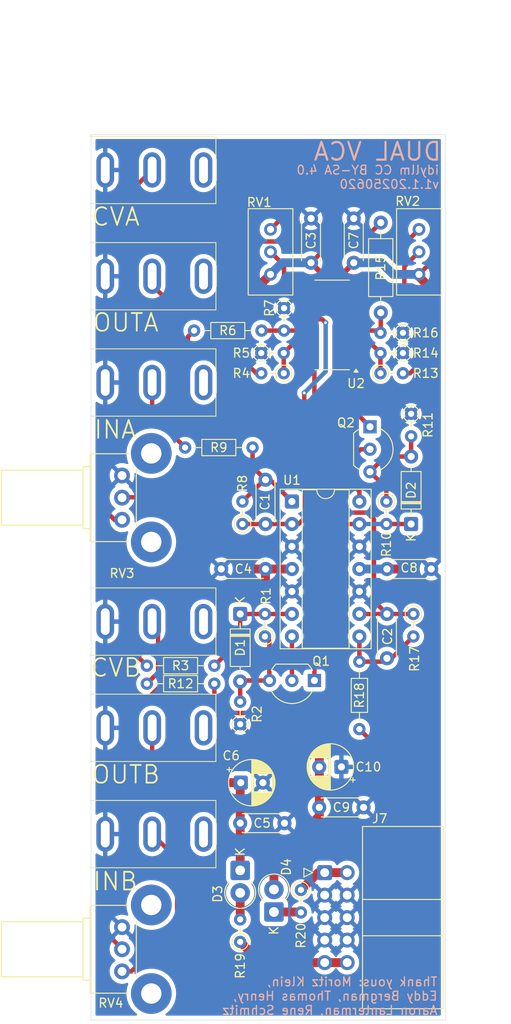
<source format=kicad_pcb>
(kicad_pcb (version 20241229) (generator "pcbnew") (generator_version "9.0")
  (title_block (title "Dual VCA") (date "2025-06-20") (rev "1.1") (company "idylmm") (comment 1 "CC BY-SA 4.0") (comment 2 "References: Aaron Lanterman, Thomas Henry"))
  (layers (0 "F.Cu" signal) (2 "B.Cu" signal) (13 "F.Paste" user) (15 "B.Paste" user) (5 "F.SilkS" user "F.Silkscreen") (7 "B.SilkS" user "B.Silkscreen") (1 "F.Mask" user) (3 "B.Mask" user) (25 "Edge.Cuts" user))
  (net 0 "")
  (net 1 "Net-(C1-Pad2)")
  (net 2 "Net-(U1A--)")
  (net 3 "Net-(C2-Pad2)")
  (net 4 "Net-(U1C--)")
  (net 5 "GND")
  (net 6 "Net-(D1-A)")
  (net 7 "Net-(D1-K)")
  (net 8 "Net-(D2-A)")
  (net 9 "Net-(D2-K)")
  (net 10 "Net-(D3-A)")
  (net 11 "+12V")
  (net 12 "Net-(D4-K)")
  (net 13 "-12V")
  (net 14 "Net-(J1-PadT)")
  (net 17 "Net-(J2-PadT)")
  (net 19 "Net-(J3-PadT)")
  (net 20 "Net-(J4-PadT)")
  (net 22 "Net-(J5-PadT)")
  (net 25 "Net-(J6-PadT)")
  (net 26 "Net-(J7-Pin_1)")
  (net 27 "Net-(J7-Pin_10)")
  (net 28 "Net-(Q1-C)")
  (net 29 "Net-(Q1-B)")
  (net 30 "Net-(Q2-B)")
  (net 31 "Net-(Q2-C)")
  (net 32 "Net-(U2A-+)")
  (net 33 "Net-(R4-Pad2)")
  (net 34 "Net-(U2A--)")
  (net 35 "Net-(U2C-+)")
  (net 36 "Net-(R13-Pad2)")
  (net 37 "Net-(U2C--)")
  (net 44 "Net-(R6-Pad2)")
  (net 45 "Net-(R15-Pad2)")
  (footprint "Diode_THT:D_DO-41_SOD81_P2.54mm_Vertical_KathodeUp" (layer "F.Cu") (at 120.65 137.795 90)
    (property "Reference" "D4" (at 5.08 1.397 90) (layer "F.SilkS"))
    (property "Value" "D_Schottky")
    (fp_text user "K" (at -2.1 0 90) (layer "F.SilkS"))
    (pad "1" thru_hole roundrect (at 0 0 90) (size 2.2 2.2) (drill 1.1) (layers "*.Cu" "*.Mask") (roundrect_rratio 0.113636) (net 12 "Net-(D4-K)"))
    (pad "2" thru_hole circle (at 2.54 0 90) (size 2.2 2.2) (drill 1.1) (layers "*.Cu" "*.Mask") (net 13 "-12V"))
  )
  (footprint "Potentiometer_THT:Potentiometer_Bourns_3296W_Vertical" (layer "F.Cu") (at 120.264 60.706 90)
    (property "Reference" "RV1" (at 3.048 -1.265 180) (layer "F.SilkS"))
    (property "Value" "100k")
    (pad "1" thru_hole circle (at 0 0 90) (size 1.44 1.44) (drill 0.8) (layers "*.Cu" "*.Mask") (net 13 "-12V"))
    (pad "2" thru_hole circle (at -2.54 0 90) (size 1.44 1.44) (drill 0.8) (layers "*.Cu" "*.Mask") (net 33 "Net-(R4-Pad2)"))
    (pad "3" thru_hole circle (at -5.08 0 90) (size 1.44 1.44) (drill 0.8) (layers "*.Cu" "*.Mask") (net 11 "+12V"))
  )
  (footprint "Resistor_THT:R_Axial_DIN0204_L3.6mm_D1.6mm_P2.54mm_Vertical" (layer "F.Cu") (at 119.634 106.68 90)
    (property "Reference" "R1" (at 4.572 0.127 90) (layer "F.SilkS"))
    (property "Value" "100k")
    (pad "1" thru_hole circle (at 0 0 90) (size 1.4 1.4) (drill 0.7) (layers "*.Cu" "*.Mask") (net 6 "Net-(D1-A)"))
    (pad "2" thru_hole circle (at 2.54 0 90) (size 1.4 1.4) (drill 0.7) (layers "*.Cu" "*.Mask") (net 7 "Net-(D1-K)"))
  )
  (footprint "Resistor_THT:R_Axial_DIN0204_L3.6mm_D1.6mm_P7.62mm_Horizontal" (layer "F.Cu") (at 113.919 109.982 180)
    (property "Reference" "R3" (at 3.81 0 180) (layer "F.SilkS"))
    (property "Value" "100k")
    (pad "1" thru_hole circle (at 0 0 180) (size 1.4 1.4) (drill 0.7) (layers "*.Cu" "*.Mask") (net 7 "Net-(D1-K)"))
    (pad "2" thru_hole circle (at 7.62 0 180) (size 1.4 1.4) (drill 0.7) (layers "*.Cu" "*.Mask") (net 14 "Net-(J1-PadT)"))
  )
  (footprint "Resistor_THT:R_Axial_DIN0204_L3.6mm_D1.6mm_P2.54mm_Vertical" (layer "F.Cu") (at 119.22 74.672)
    (property "Reference" "R5" (at -2.253 0 0) (layer "F.SilkS"))
    (property "Value" "220R")
    (pad "1" thru_hole circle (at 0 0) (size 1.4 1.4) (drill 0.7) (layers "*.Cu" "*.Mask") (net 5 "GND"))
    (pad "2" thru_hole circle (at 2.54 0) (size 1.4 1.4) (drill 0.7) (layers "*.Cu" "*.Mask") (net 32 "Net-(U2A-+)"))
  )
  (footprint "Capacitor_THT:C_Disc_D4.3mm_W1.9mm_P5.00mm" (layer "F.Cu") (at 129.667 59.476 -90)
    (property "Reference" "C7" (at 2.5 0 90) (layer "F.SilkS"))
    (property "Value" "100n")
    (pad "1" thru_hole circle (at 0 0 270) (size 1.6 1.6) (drill 0.8) (layers "*.Cu" "*.Mask") (net 5 "GND"))
    (pad "2" thru_hole circle (at 5 0 270) (size 1.6 1.6) (drill 0.8) (layers "*.Cu" "*.Mask") (net 13 "-12V"))
  )
  (footprint "Potentiometer_THT:Potentiometer_Bourns_PTV09A-2_Single_Horizontal" (layer "F.Cu") (at 103.5 88.505 180)
    (property "Reference" "RV3" (at 0 -11.05 0) (layer "F.SilkS"))
    (property "Value" "100k")
    (pad "1" thru_hole circle (at 0 0 180) (size 1.8 1.8) (drill 1) (layers "*.Cu" "*.Mask") (net 5 "GND"))
    (pad "2" thru_hole circle (at 0 -2.5 180) (size 1.8 1.8) (drill 1) (layers "*.Cu" "*.Mask") (net 44 "Net-(R6-Pad2)"))
    (pad "3" thru_hole circle (at 0 -5 180) (size 1.8 1.8) (drill 1) (layers "*.Cu" "*.Mask") (net 17 "Net-(J2-PadT)"))
    (pad "MP" thru_hole circle (at -3.3 -7.5 180) (size 4.6 4.6) (drill 2.3) (layers "*.Cu" "*.Mask"))
    (pad "MP" thru_hole circle (at -3.3 2.5 180) (size 4.6 4.6) (drill 2.3) (layers "*.Cu" "*.Mask"))
  )
  (footprint "Package_DIP:DIP-14_W7.62mm_Socket" (layer "F.Cu") (at 122.682 91.44)
    (property "Reference" "U1" (at 0 -2.413 0) (layer "F.SilkS"))
    (property "Value" "TL074")
    (pad "1" thru_hole roundrect (at 0 0) (size 1.6 1.6) (drill 0.8) (layers "*.Cu" "*.Mask") (roundrect_rratio 0.15625) (net 1 "Net-(C1-Pad2)"))
    (pad "2" thru_hole circle (at 0 2.54) (size 1.6 1.6) (drill 0.8) (layers "*.Cu" "*.Mask") (net 2 "Net-(U1A--)"))
    (pad "3" thru_hole circle (at 0 5.08) (size 1.6 1.6) (drill 0.8) (layers "*.Cu" "*.Mask") (net 5 "GND"))
    (pad "4" thru_hole circle (at 0 7.62) (size 1.6 1.6) (drill 0.8) (layers "*.Cu" "*.Mask") (net 11 "+12V"))
    (pad "5" thru_hole circle (at 0 10.16) (size 1.6 1.6) (drill 0.8) (layers "*.Cu" "*.Mask") (net 5 "GND"))
    (pad "6" thru_hole circle (at 0 12.7) (size 1.6 1.6) (drill 0.8) (layers "*.Cu" "*.Mask") (net 7 "Net-(D1-K)"))
    (pad "7" thru_hole circle (at 0 15.24) (size 1.6 1.6) (drill 0.8) (layers "*.Cu" "*.Mask") (net 29 "Net-(Q1-B)"))
    (pad "8" thru_hole circle (at 7.62 15.24) (size 1.6 1.6) (drill 0.8) (layers "*.Cu" "*.Mask") (net 3 "Net-(C2-Pad2)"))
    (pad "9" thru_hole circle (at 7.62 12.7) (size 1.6 1.6) (drill 0.8) (layers "*.Cu" "*.Mask") (net 4 "Net-(U1C--)"))
    (pad "10" thru_hole circle (at 7.62 10.16) (size 1.6 1.6) (drill 0.8) (layers "*.Cu" "*.Mask") (net 5 "GND"))
    (pad "11" thru_hole circle (at 7.62 7.62) (size 1.6 1.6) (drill 0.8) (layers "*.Cu" "*.Mask") (net 13 "-12V"))
    (pad "12" thru_hole circle (at 7.62 5.08) (size 1.6 1.6) (drill 0.8) (layers "*.Cu" "*.Mask") (net 5 "GND"))
    (pad "13" thru_hole circle (at 7.62 2.54) (size 1.6 1.6) (drill 0.8) (layers "*.Cu" "*.Mask") (net 9 "Net-(D2-K)"))
    (pad "14" thru_hole circle (at 7.62 0) (size 1.6 1.6) (drill 0.8) (layers "*.Cu" "*.Mask") (net 30 "Net-(Q2-B)"))
  )
  (footprint "Resistor_THT:R_Axial_DIN0204_L3.6mm_D1.6mm_P2.54mm_Vertical" (layer "F.Cu") (at 133.35 91.44 -90)
    (property "Reference" "R10" (at 4.826 0 90) (layer "F.SilkS"))
    (property "Value" "100k")
    (pad "1" thru_hole circle (at 0 0 270) (size 1.4 1.4) (drill 0.7) (layers "*.Cu" "*.Mask") (net 8 "Net-(D2-A)"))
    (pad "2" thru_hole circle (at 2.54 0 270) (size 1.4 1.4) (drill 0.7) (layers "*.Cu" "*.Mask") (net 9 "Net-(D2-K)"))
  )
  (footprint "AudioJacks:Jack_3.5mm_QingPu_WQP-PJ323M_Horizontal" (layer "F.Cu") (at 101.6 54 -90)
    (property "Reference" "J1" (hide yes))
    (property "Value" "LIN CV IN")
    (pad "S" thru_hole oval (at 0 0 270) (size 4 2) (drill oval 3 1) (layers "*.Cu" "*.Mask") (net 5 "GND"))
    (pad "T" thru_hole oval (at 0 -5.3 270) (size 4 2) (drill oval 3 1) (layers "*.Cu" "*.Mask") (net 14 "Net-(J1-PadT)"))
    (pad "TN" thru_hole oval (at 0 -11.1 270) (size 4 2) (drill oval 3 1) (layers "*.Cu" "*.Mask"))
  )
  (footprint "Capacitor_THT:C_Disc_D4.3mm_W1.9mm_P5.00mm" (layer "F.Cu") (at 124.841 64.476 90)
    (property "Reference" "C3" (at 2.5 0 90) (layer "F.SilkS"))
    (property "Value" "100n")
    (pad "1" thru_hole circle (at 0 0 90) (size 1.6 1.6) (drill 0.8) (layers "*.Cu" "*.Mask") (net 11 "+12V"))
    (pad "2" thru_hole circle (at 5 0 90) (size 1.6 1.6) (drill 0.8) (layers "*.Cu" "*.Mask") (net 5 "GND"))
  )
  (footprint "Capacitor_THT:CP_Radial_D5.0mm_P2.50mm" (layer "F.Cu") (at 116.904888 123.19)
    (property "Reference" "C6" (at -1.080888 -3.048 0) (layer "F.SilkS"))
    (property "Value" "10u")
    (pad "1" thru_hole roundrect (at 0 0) (size 1.6 1.6) (drill 0.8) (layers "*.Cu" "*.Mask") (roundrect_rratio 0.15625) (net 11 "+12V"))
    (pad "2" thru_hole circle (at 2.5 0) (size 1.6 1.6) (drill 0.8) (layers "*.Cu" "*.Mask") (net 5 "GND"))
  )
  (footprint "Capacitor_THT:CP_Radial_D5.0mm_P2.50mm" (layer "F.Cu") (at 128.27 121.412 180)
    (property "Reference" "C10" (at -3.048 0 0) (layer "F.SilkS"))
    (property "Value" "10u")
    (pad "1" thru_hole roundrect (at 0 0 180) (size 1.6 1.6) (drill 0.8) (layers "*.Cu" "*.Mask") (roundrect_rratio 0.15625) (net 5 "GND"))
    (pad "2" thru_hole circle (at 2.5 0 180) (size 1.6 1.6) (drill 0.8) (layers "*.Cu" "*.Mask") (net 13 "-12V"))
  )
  (footprint "Resistor_THT:R_Axial_DIN0207_L6.3mm_D2.5mm_P10.16mm_Horizontal" (layer "F.Cu") (at 132.715 70.104 90)
    (property "Reference" "R15" (at 5.08 0 90) (layer "F.SilkS"))
    (property "Value" "100k")
    (pad "1" thru_hole circle (at 0 0 90) (size 1.6 1.6) (drill 0.8) (layers "*.Cu" "*.Mask") (net 37 "Net-(U2C--)"))
    (pad "2" thru_hole circle (at 10.16 0 90) (size 1.6 1.6) (drill 0.8) (layers "*.Cu" "*.Mask") (net 45 "Net-(R15-Pad2)"))
  )
  (footprint "Package_TO_SOT_THT:TO-92_Inline_Wide" (layer "F.Cu") (at 125.222 111.654 180)
    (property "Reference" "Q1" (at -0.762 2.18 0) (layer "F.SilkS"))
    (property "Value" "BC557")
    (pad "1" thru_hole rect (at 0 0 180) (size 1.5 1.5) (drill 0.8) (layers "*.Cu" "*.Mask") (net 28 "Net-(Q1-C)"))
    (pad "2" thru_hole circle (at 2.54 0 180) (size 1.5 1.5) (drill 0.8) (layers "*.Cu" "*.Mask") (net 29 "Net-(Q1-B)"))
    (pad "3" thru_hole circle (at 5.08 0 180) (size 1.5 1.5) (drill 0.8) (layers "*.Cu" "*.Mask") (net 6 "Net-(D1-A)"))
  )
  (footprint "Potentiometer_THT:Potentiometer_Bourns_3296W_Vertical" (layer "F.Cu") (at 137.033 65.786 -90)
    (property "Reference" "RV2" (at -8.255 1.27 0) (layer "F.SilkS"))
    (property "Value" "100k")
    (pad "1" thru_hole circle (at 0 0 270) (size 1.44 1.44) (drill 0.8) (layers "*.Cu" "*.Mask") (net 13 "-12V"))
    (pad "2" thru_hole circle (at -2.54 0 270) (size 1.44 1.44) (drill 0.8) (layers "*.Cu" "*.Mask") (net 36 "Net-(R13-Pad2)"))
    (pad "3" thru_hole circle (at -5.08 0 270) (size 1.44 1.44) (drill 0.8) (layers "*.Cu" "*.Mask") (net 11 "+12V"))
  )
  (footprint "Package_SO:SOIC-16_3.9x9.9mm_P1.27mm" (layer "F.Cu") (at 127.223 71.497 180)
    (property "Reference" "U2" (at -2.698 -6.608 0) (layer "F.SilkS"))
    (property "Value" "LM13700")
    (pad "1" smd roundrect (at -2.475 -4.445 180) (size 1.95 0.6) (layers "F.Cu" "F.Mask" "F.Paste") (net 31 "Net-(Q2-C)"))
    (pad "2" smd roundrect (at -2.475 -3.175 180) (size 1.95 0.6) (layers "F.Cu" "F.Mask" "F.Paste"))
    (pad "3" smd roundrect (at -2.475 -1.905 180) (size 1.95 0.6) (layers "F.Cu" "F.Mask" "F.Paste") (net 35 "Net-(U2C-+)"))
    (pad "4" smd roundrect (at -2.475 -0.635 180) (size 1.95 0.6) (layers "F.Cu" "F.Mask" "F.Paste") (net 37 "Net-(U2C--)"))
    (pad "5" smd roundrect (at -2.475 0.635 180) (size 1.95 0.6) (layers "F.Cu" "F.Mask" "F.Paste") (net 4 "Net-(U1C--)"))
    (pad "6" smd roundrect (at -2.475 1.905 180) (size 1.95 0.6) (layers "F.Cu" "F.Mask" "F.Paste") (net 13 "-12V"))
    (pad "7" smd roundrect (at -2.475 3.175 180) (size 1.95 0.6) (layers "F.Cu" "F.Mask" "F.Paste"))
    (pad "8" smd roundrect (at -2.475 4.445 180) (size 1.95 0.6) (layers "F.Cu" "F.Mask" "F.Paste"))
    (pad "9" smd roundrect (at 2.475 4.445 180) (size 1.95 0.6) (layers "F.Cu" "F.Mask" "F.Paste"))
    (pad "10" smd roundrect (at 2.475 3.175 180) (size 1.95 0.6) (layers "F.Cu" "F.Mask" "F.Paste"))
    (pad "11" smd roundrect (at 2.475 1.905 180) (size 1.95 0.6) (layers "F.Cu" "F.Mask" "F.Paste") (net 11 "+12V"))
    (pad "12" smd roundrect (at 2.475 0.635 180) (size 1.95 0.6) (layers "F.Cu" "F.Mask" "F.Paste") (net 2 "Net-(U1A--)"))
    (pad "13" smd roundrect (at 2.475 -0.635 180) (size 1.95 0.6) (layers "F.Cu" "F.Mask" "F.Paste") (net 34 "Net-(U2A--)"))
    (pad "14" smd roundrect (at 2.475 -1.905 180) (size 1.95 0.6) (layers "F.Cu" "F.Mask" "F.Paste") (net 32 "Net-(U2A-+)"))
    (pad "15" smd roundrect (at 2.475 -3.175 180) (size 1.95 0.6) (layers "F.Cu" "F.Mask" "F.Paste"))
    (pad "16" smd roundrect (at 2.475 -4.445 180) (size 1.95 0.6) (layers "F.Cu" "F.Mask" "F.Paste") (net 28 "Net-(Q1-C)"))
  )
  (footprint "Resistor_THT:R_Axial_DIN0204_L3.6mm_D1.6mm_P2.54mm_Vertical" (layer "F.Cu") (at 116.84 116.586 90)
    (property "Reference" "R2" (at 1.143 1.905 90) (layer "F.SilkS"))
    (property "Value" "12k")
    (pad "1" thru_hole circle (at 0 0 90) (size 1.4 1.4) (drill 0.7) (layers "*.Cu" "*.Mask") (net 5 "GND"))
    (pad "2" thru_hole circle (at 2.54 0 90) (size 1.4 1.4) (drill 0.7) (layers "*.Cu" "*.Mask") (net 6 "Net-(D1-A)"))
  )
  (footprint "AudioJacks:Jack_3.5mm_QingPu_WQP-PJ323M_Horizontal" (layer "F.Cu") (at 101.6 105 -90)
    (property "Reference" "J4" (hide yes))
    (property "Value" "LIN CV IN")
    (pad "S" thru_hole oval (at 0 0 270) (size 4 2) (drill oval 3 1) (layers "*.Cu" "*.Mask") (net 5 "GND"))
    (pad "T" thru_hole oval (at 0 -5.3 270) (size 4 2) (drill oval 3 1) (layers "*.Cu" "*.Mask") (net 20 "Net-(J4-PadT)"))
    (pad "TN" thru_hole oval (at 0 -11.1 270) (size 4 2) (drill oval 3 1) (layers "*.Cu" "*.Mask"))
  )
  (footprint "Capacitor_THT:C_Disc_D4.3mm_W1.9mm_P5.00mm" (layer "F.Cu") (at 138.414 99.06 180)
    (property "Reference" "C8" (at 2.5 0.127 0) (layer "F.SilkS"))
    (property "Value" "100n")
    (pad "1" thru_hole circle (at 0 0 180) (size 1.6 1.6) (drill 0.8) (layers "*.Cu" "*.Mask") (net 5 "GND"))
    (pad "2" thru_hole circle (at 5 0 180) (size 1.6 1.6) (drill 0.8) (layers "*.Cu" "*.Mask") (net 13 "-12V"))
  )
  (footprint "Resistor_THT:R_Axial_DIN0204_L3.6mm_D1.6mm_P7.62mm_Horizontal" (layer "F.Cu") (at 113.919 112.014 180)
    (property "Reference" "R12" (at 3.81 0 180) (layer "F.SilkS"))
    (property "Value" "100k")
    (pad "1" thru_hole circle (at 0 0 180) (size 1.4 1.4) (drill 0.7) (layers "*.Cu" "*.Mask") (net 9 "Net-(D2-K)"))
    (pad "2" thru_hole circle (at 7.62 0 180) (size 1.4 1.4) (drill 0.7) (layers "*.Cu" "*.Mask") (net 20 "Net-(J4-PadT)"))
  )
  (footprint "Resistor_THT:R_Axial_DIN0204_L3.6mm_D1.6mm_P2.54mm_Vertical" (layer "F.Cu") (at 135.222 74.672 180)
    (property "Reference" "R14" (at -2.573 0 0) (layer "F.SilkS"))
    (property "Value" "220R")
    (pad "1" thru_hole circle (at 0 0 180) (size 1.4 1.4) (drill 0.7) (layers "*.Cu" "*.Mask") (net 5 "GND"))
    (pad "2" thru_hole circle (at 2.54 0 180) (size 1.4 1.4) (drill 0.7) (layers "*.Cu" "*.Mask") (net 35 "Net-(U2C-+)"))
  )
  (footprint "AudioJacks:Jack_3.5mm_QingPu_WQP-PJ323M_Horizontal" (layer "F.Cu") (at 101.6 129 -90)
    (property "Reference" "J5" (hide yes))
    (property "Value" "AUDIO IN")
    (pad "S" thru_hole oval (at 0 0 270) (size 4 2) (drill oval 3 1) (layers "*.Cu" "*.Mask") (net 5 "GND"))
    (pad "T" thru_hole oval (at 0 -5.3 270) (size 4 2) (drill oval 3 1) (layers "*.Cu" "*.Mask") (net 22 "Net-(J5-PadT)"))
    (pad "TN" thru_hole oval (at 0 -11.1 270) (size 4 2) (drill oval 3 1) (layers "*.Cu" "*.Mask"))
  )
  (footprint "Capacitor_THT:C_Disc_D4.3mm_W1.9mm_P5.00mm" (layer "F.Cu") (at 133.414 104.14 -90)
    (property "Reference" "C2" (at 2.54 -0.063 90) (layer "F.SilkS"))
    (property "Value" "220p")
    (pad "1" thru_hole circle (at 0 0 270) (size 1.6 1.6) (drill 0.8) (layers "*.Cu" "*.Mask") (net 4 "Net-(U1C--)"))
    (pad "2" thru_hole circle (at 5 0 270) (size 1.6 1.6) (drill 0.8) (layers "*.Cu" "*.Mask") (net 3 "Net-(C2-Pad2)"))
  )
  (footprint "Resistor_THT:R_Axial_DIN0204_L3.6mm_D1.6mm_P2.54mm_Vertical" (layer "F.Cu") (at 135.222 72.386 180)
    (property "Reference" "R16" (at -2.573 -0.004 0) (layer "F.SilkS"))
    (property "Value" "220R")
    (pad "1" thru_hole circle (at 0 0 180) (size 1.4 1.4) (drill 0.7) (layers "*.Cu" "*.Mask") (net 5 "GND"))
    (pad "2" thru_hole circle (at 2.54 0 180) (size 1.4 1.4) (drill 0.7) (layers "*.Cu" "*.Mask") (net 37 "Net-(U2C--)"))
  )
  (footprint "Resistor_THT:R_Axial_DIN0204_L3.6mm_D1.6mm_P2.54mm_Vertical" (layer "F.Cu") (at 117.094 93.98 90)
    (property "Reference" "R8" (at 4.572 0 90) (layer "F.SilkS"))
    (property "Value" "49k9")
    (pad "1" thru_hole circle (at 0 0 90) (size 1.4 1.4) (drill 0.7) (layers "*.Cu" "*.Mask") (net 2 "Net-(U1A--)"))
    (pad "2" thru_hole circle (at 2.54 0 90) (size 1.4 1.4) (drill 0.7) (layers "*.Cu" "*.Mask") (net 1 "Net-(C1-Pad2)"))
  )
  (footprint "Resistor_THT:R_Axial_DIN0204_L3.6mm_D1.6mm_P7.62mm_Horizontal" (layer "F.Cu") (at 118.237 85.344 180)
    (property "Reference" "R9" (at 3.81 0 0) (layer "F.SilkS"))
    (property "Value" "1k")
    (pad "1" thru_hole circle (at 0 0 180) (size 1.4 1.4) (drill 0.7) (layers "*.Cu" "*.Mask") (net 1 "Net-(C1-Pad2)"))
    (pad "2" thru_hole circle (at 7.62 0 180) (size 1.4 1.4) (drill 0.7) (layers "*.Cu" "*.Mask") (net 19 "Net-(J3-PadT)"))
  )
  (footprint "Resistor_THT:R_Axial_DIN0204_L3.6mm_D1.6mm_P2.54mm_Vertical" (layer "F.Cu") (at 136.144 81.534 -90)
    (property "Reference" "R11" (at 1.27 -1.905 90) (layer "F.SilkS"))
    (property "Value" "12k")
    (pad "1" thru_hole circle (at 0 0 270) (size 1.4 1.4) (drill 0.7) (layers "*.Cu" "*.Mask") (net 5 "GND"))
    (pad "2" thru_hole circle (at 2.54 0 270) (size 1.4 1.4) (drill 0.7) (layers "*.Cu" "*.Mask") (net 8 "Net-(D2-A)"))
  )
  (footprint "Capacitor_THT:C_Disc_D4.3mm_W1.9mm_P5.00mm" (layer "F.Cu") (at 119.698 99.06 180)
    (property "Reference" "C4" (at 2.5 0 0) (layer "F.SilkS"))
    (property "Value" "100n")
    (pad "1" thru_hole circle (at 0 0 180) (size 1.6 1.6) (drill 0.8) (layers "*.Cu" "*.Mask") (net 11 "+12V"))
    (pad "2" thru_hole circle (at 5 0 180) (size 1.6 1.6) (drill 0.8) (layers "*.Cu" "*.Mask") (net 5 "GND"))
  )
  (footprint "Connector_IDC:IDC-Header_2x05_P2.54mm_Horizontal" (layer "F.Cu") (at 126.3825 133.35)
    (property "Reference" "J7" (at 6.215 -6.1 0) (layer "F.SilkS"))
    (property "Value" "Conn_02x05_Odd_Even")
    (pad "1" thru_hole roundrect (at 0 0) (size 1.7 1.7) (drill 1) (layers "*.Cu" "*.Mask") (roundrect_rratio 0.147059) (net 26 "Net-(J7-Pin_1)"))
    (pad "2" thru_hole circle (at 2.54 0) (size 1.7 1.7) (drill 1) (layers "*.Cu" "*.Mask") (net 26 "Net-(J7-Pin_1)"))
    (pad "3" thru_hole circle (at 0 2.54) (size 1.7 1.7) (drill 1) (layers "*.Cu" "*.Mask") (net 5 "GND"))
    (pad "4" thru_hole circle (at 2.54 2.54) (size 1.7 1.7) (drill 1) (layers "*.Cu" "*.Mask") (net 5 "GND"))
    (pad "5" thru_hole circle (at 0 5.08) (size 1.7 1.7) (drill 1) (layers "*.Cu" "*.Mask") (net 5 "GND"))
    (pad "6" thru_hole circle (at 2.54 5.08) (size 1.7 1.7) (drill 1) (layers "*.Cu" "*.Mask") (net 5 "GND"))
    (pad "7" thru_hole circle (at 0 7.62) (size 1.7 1.7) (drill 1) (layers "*.Cu" "*.Mask") (net 5 "GND"))
    (pad "8" thru_hole circle (at 2.54 7.62) (size 1.7 1.7) (drill 1) (layers "*.Cu" "*.Mask") (net 5 "GND"))
    (pad "9" thru_hole circle (at 0 10.16) (size 1.7 1.7) (drill 1) (layers "*.Cu" "*.Mask") (net 27 "Net-(J7-Pin_10)"))
    (pad "10" thru_hole circle (at 2.54 10.16) (size 1.7 1.7) (drill 1) (layers "*.Cu" "*.Mask") (net 27 "Net-(J7-Pin_10)"))
  )
  (footprint "Resistor_THT:R_Axial_DIN0204_L3.6mm_D1.6mm_P2.54mm_Vertical" (layer "F.Cu") (at 136.398 104.14 -90)
    (property "Reference" "R17" (at 5.08 -0.127 90) (layer "F.SilkS"))
    (property "Value" "49k9")
    (pad "1" thru_hole circle (at 0 0 270) (size 1.4 1.4) (drill 0.7) (layers "*.Cu" "*.Mask") (net 4 "Net-(U1C--)"))
    (pad "2" thru_hole circle (at 2.54 0 270) (size 1.4 1.4) (drill 0.7) (layers "*.Cu" "*.Mask") (net 3 "Net-(C2-Pad2)"))
  )
  (footprint "Resistor_THT:R_Axial_DIN0204_L3.6mm_D1.6mm_P2.54mm_Vertical" (layer "F.Cu") (at 123.698 135.305 -90)
    (property "Reference" "R20" (at 5.157 0 90) (layer "F.SilkS"))
    (property "Value" "10R")
    (pad "1" thru_hole circle (at 0 0 270) (size 1.4 1.4) (drill 0.7) (layers "*.Cu" "*.Mask") (net 26 "Net-(J7-Pin_1)"))
    (pad "2" thru_hole circle (at 2.54 0 270) (size 1.4 1.4) (drill 0.7) (layers "*.Cu" "*.Mask") (net 12 "Net-(D4-K)"))
  )
  (footprint "Resistor_THT:R_Axial_DIN0204_L3.6mm_D1.6mm_P2.54mm_Vertical" (layer "F.Cu") (at 121.76 76.958 180)
    (property "Reference" "R4" (at 4.793 -0.004 0) (layer "F.SilkS"))
    (property "Value" "100k")
    (pad "1" thru_hole circle (at 0 0 180) (size 1.4 1.4) (drill 0.7) (layers "*.Cu" "*.Mask") (net 32 "Net-(U2A-+)"))
    (pad "2" thru_hole circle (at 2.54 0 180) (size 1.4 1.4) (drill 0.7) (layers "*.Cu" "*.Mask") (net 33 "Net-(R4-Pad2)"))
  )
  (footprint "Capacitor_THT:C_Disc_D4.3mm_W1.9mm_P5.00mm" (layer "F.Cu") (at 116.84 127.762)
    (property "Reference" "C5" (at 2.474888 0 0) (layer "F.SilkS"))
    (property "Value" "100n")
    (pad "1" thru_hole circle (at 0 0) (size 1.6 1.6) (drill 0.8) (layers "*.Cu" "*.Mask") (net 11 "+12V"))
    (pad "2" thru_hole circle (at 5 0) (size 1.6 1.6) (drill 0.8) (layers "*.Cu" "*.Mask") (net 5 "GND"))
  )
  (footprint "Resistor_THT:R_Axial_DIN0204_L3.6mm_D1.6mm_P2.54mm_Vertical" (layer "F.Cu") (at 116.84 141.174 90)
    (property "Reference" "R19" (at -2.717 0 90) (layer "F.SilkS"))
    (property "Value" "10R")
    (pad "1" thru_hole circle (at 0 0 90) (size 1.4 1.4) (drill 0.7) (layers "*.Cu" "*.Mask") (net 27 "Net-(J7-Pin_10)"))
    (pad "2" thru_hole circle (at 2.54 0 90) (size 1.4 1.4) (drill 0.7) (layers "*.Cu" "*.Mask") (net 10 "Net-(D3-A)"))
  )
  (footprint "Diode_THT:D_DO-35_SOD27_P7.62mm_Horizontal" (layer "F.Cu") (at 116.84 104.14 -90)
    (property "Reference" "D1" (at 3.81 0 90) (layer "F.SilkS"))
    (property "Value" "1N4148")
    (fp_text user "K" (at -1.524 0 90) (layer "F.SilkS"))
    (pad "1" thru_hole roundrect (at 0 0 270) (size 1.6 1.6) (drill 0.8) (layers "*.Cu" "*.Mask") (roundrect_rratio 0.15625) (net 7 "Net-(D1-K)"))
    (pad "2" thru_hole circle (at 7.62 0 270) (size 1.6 1.6) (drill 0.8) (layers "*.Cu" "*.Mask") (net 6 "Net-(D1-A)"))
  )
  (footprint "Resistor_THT:R_Axial_DIN0204_L3.6mm_D1.6mm_P2.54mm_Vertical" (layer "F.Cu") (at 132.682 76.958)
    (property "Reference" "R13" (at 5.113 0.004 0) (layer "F.SilkS"))
    (property "Value" "100k")
    (pad "1" thru_hole circle (at 0 0) (size 1.4 1.4) (drill 0.7) (layers "*.Cu" "*.Mask") (net 35 "Net-(U2C-+)"))
    (pad "2" thru_hole circle (at 2.54 0) (size 1.4 1.4) (drill 0.7) (layers "*.Cu" "*.Mask") (net 36 "Net-(R13-Pad2)"))
  )
  (footprint "Diode_THT:D_DO-41_SOD81_P2.54mm_Vertical_KathodeUp" (layer "F.Cu") (at 116.84 133.096 -90)
    (property "Reference" "D3" (at 2.667 2.54 90) (layer "F.SilkS"))
    (property "Value" "D_Schottky")
    (fp_text user "K" (at -2.1 0 90) (layer "F.SilkS"))
    (pad "1" thru_hole roundrect (at 0 0 270) (size 2.2 2.2) (drill 1.1) (layers "*.Cu" "*.Mask") (roundrect_rratio 0.113636) (net 11 "+12V"))
    (pad "2" thru_hole circle (at 2.54 0 270) (size 2.2 2.2) (drill 1.1) (layers "*.Cu" "*.Mask") (net 10 "Net-(D3-A)"))
  )
  (footprint "Potentiometer_THT:Potentiometer_Bourns_PTV09A-2_Single_Horizontal" (layer "F.Cu") (at 103.5 139.505 180)
    (property "Reference" "RV4" (at 1.265 -8.577 0) (layer "F.SilkS"))
    (property "Value" "100k")
    (pad "1" thru_hole circle (at 0 0 180) (size 1.8 1.8) (drill 1) (layers "*.Cu" "*.Mask") (net 5 "GND"))
    (pad "2" thru_hole circle (at 0 -2.5 180) (size 1.8 1.8) (drill 1) (layers "*.Cu" "*.Mask") (net 45 "Net-(R15-Pad2)"))
    (pad "3" thru_hole circle (at 0 -5 180) (size 1.8 1.8) (drill 1) (layers "*.Cu" "*.Mask") (net 22 "Net-(J5-PadT)"))
    (pad "MP" thru_hole circle (at -3.3 -7.5 180) (size 4.6 4.6) (drill 2.3) (layers "*.Cu" "*.Mask"))
    (pad "MP" thru_hole circle (at -3.3 2.5 180) (size 4.6 4.6) (drill 2.3) (layers "*.Cu" "*.Mask"))
  )
  (footprint "Resistor_THT:R_Axial_DIN0204_L3.6mm_D1.6mm_P2.54mm_Vertical" (layer "F.Cu") (at 121.793 69.596 -90)
    (property "Reference" "R7" (at 0 1.651 90) (layer "F.SilkS"))
    (property "Value" "220R")
    (pad "1" thru_hole circle (at 0 0 270) (size 1.4 1.4) (drill 0.7) (layers "*.Cu" "*.Mask") (net 5 "GND"))
    (pad "2" thru_hole circle (at 2.54 0 270) (size 1.4 1.4) (drill 0.7) (layers "*.Cu" "*.Mask") (net 34 "Net-(U2A--)"))
  )
  (footprint "AudioJacks:Jack_3.5mm_QingPu_WQP-PJ323M_Horizontal" (layer "F.Cu") (at 101.6 78 -90)
    (property "Reference" "J2" (hide yes))
    (property "Value" "AUDIO IN")
    (pad "S" thru_hole oval (at 0 0 270) (size 4 2) (drill oval 3 1) (layers "*.Cu" "*.Mask") (net 5 "GND"))
    (pad "T" thru_hole oval (at 0 -5.3 270) (size 4 2) (drill oval 3 1) (layers "*.Cu" "*.Mask") (net 17 "Net-(J2-PadT)"))
    (pad "TN" thru_hole oval (at 0 -11.1 270) (size 4 2) (drill oval 3 1) (layers "*.Cu" "*.Mask"))
  )
  (footprint "AudioJacks:Jack_3.5mm_QingPu_WQP-PJ323M_Horizontal" (layer "F.Cu") (at 101.6 66 -90)
    (property "Reference" "J3" (hide yes))
    (property "Value" "OUT")
    (pad "S" thru_hole oval (at 0 0 270) (size 4 2) (drill oval 3 1) (layers "*.Cu" "*.Mask") (net 5 "GND"))
    (pad "T" thru_hole oval (at 0 -5.3 270) (size 4 2) (drill oval 3 1) (layers "*.Cu" "*.Mask") (net 19 "Net-(J3-PadT)"))
    (pad "TN" thru_hole oval (at 0 -11.1 270) (size 4 2) (drill oval 3 1) (layers "*.Cu" "*.Mask"))
  )
  (footprint "Resistor_THT:R_Axial_DIN0204_L3.6mm_D1.6mm_P7.62mm_Horizontal" (layer "F.Cu") (at 130.302 109.524 -90)
    (property "Reference" "R18" (at 3.81 0 270) (layer "F.SilkS"))
    (property "Value" "1k")
    (pad "1" thru_hole circle (at 0 0 270) (size 1.4 1.4) (drill 0.7) (layers "*.Cu" "*.Mask") (net 3 "Net-(C2-Pad2)"))
    (pad "2" thru_hole circle (at 7.62 0 270) (size 1.4 1.4) (drill 0.7) (layers "*.Cu" "*.Mask") (net 25 "Net-(J6-PadT)"))
  )
  (footprint "AudioJacks:Jack_3.5mm_QingPu_WQP-PJ323M_Horizontal" (layer "F.Cu") (at 101.6 117 -90)
    (property "Reference" "J6" (hide yes))
    (property "Value" "OUT")
    (pad "S" thru_hole oval (at 0 0 270) (size 4 2) (drill oval 3 1) (layers "*.Cu" "*.Mask") (net 5 "GND"))
    (pad "T" thru_hole oval (at 0 -5.3 270) (size 4 2) (drill oval 3 1) (layers "*.Cu" "*.Mask") (net 25 "Net-(J6-PadT)"))
    (pad "TN" thru_hole oval (at 0 -11.1 270) (size 4 2) (drill oval 3 1) (layers "*.Cu" "*.Mask"))
  )
  (footprint "Capacitor_THT:C_Disc_D4.3mm_W1.9mm_P5.00mm" (layer "F.Cu") (at 119.698 93.98 90)
    (property "Reference" "C1" (at 2.5 -0.064 90) (layer "F.SilkS"))
    (property "Value" "220p")
    (pad "1" thru_hole circle (at 0 0 90) (size 1.6 1.6) (drill 0.8) (layers "*.Cu" "*.Mask") (net 2 "Net-(U1A--)"))
    (pad "2" thru_hole circle (at 5 0 90) (size 1.6 1.6) (drill 0.8) (layers "*.Cu" "*.Mask") (net 1 "Net-(C1-Pad2)"))
  )
  (footprint "Package_TO_SOT_THT:TO-92_Inline_Wide" (layer "F.Cu") (at 131.5 83 -90)
    (property "Reference" "Q2" (at -0.45 2.722 180) (layer "F.SilkS"))
    (property "Value" "BC557")
    (pad "1" thru_hole rect (at 0 0 270) (size 1.5 1.5) (drill 0.8) (layers "*.Cu" "*.Mask") (net 31 "Net-(Q2-C)"))
    (pad "2" thru_hole circle (at 2.54 0 270) (size 1.5 1.5) (drill 0.8) (layers "*.Cu" "*.Mask") (net 30 "Net-(Q2-B)"))
    (pad "3" thru_hole circle (at 5.08 0 270) (size 1.5 1.5) (drill 0.8) (layers "*.Cu" "*.Mask") (net 8 "Net-(D2-A)"))
  )
  (footprint "Resistor_THT:R_Axial_DIN0204_L3.6mm_D1.6mm_P7.62mm_Horizontal" (layer "F.Cu") (at 119.253 72.136 180)
    (property "Reference" "R6" (at 3.81 0 0) (layer "F.SilkS"))
    (property "Value" "100k")
    (pad "1" thru_hole circle (at 0 0 180) (size 1.4 1.4) (drill 0.7) (layers "*.Cu" "*.Mask") (net 34 "Net-(U2A--)"))
    (pad "2" thru_hole circle (at 7.62 0 180) (size 1.4 1.4) (drill 0.7) (layers "*.Cu" "*.Mask") (net 44 "Net-(R6-Pad2)"))
  )
  (footprint "Capacitor_THT:C_Disc_D4.3mm_W1.9mm_P5.00mm" (layer "F.Cu") (at 130.77 125.984 180)
    (property "Reference" "C9" (at 2.5 0 0) (layer "F.SilkS"))
    (property "Value" "100n")
    (pad "1" thru_hole circle (at 0 0 180) (size 1.6 1.6) (drill 0.8) (layers "*.Cu" "*.Mask") (net 5 "GND"))
    (pad "2" thru_hole circle (at 5 0 180) (size 1.6 1.6) (drill 0.8) (layers "*.Cu" "*.Mask") (net 13 "-12V"))
  )
  (footprint "Diode_THT:D_DO-35_SOD27_P7.62mm_Horizontal" (layer "F.Cu") (at 136.144 93.98 90)
    (property "Reference" "D2" (at 3.81 0 90) (layer "F.SilkS"))
    (property "Value" "1N4148")
    (fp_text user "K" (at -1.524 0 90) (layer "F.SilkS"))
    (pad "1" thru_hole roundrect (at 0 0 90) (size 1.6 1.6) (drill 0.8) (layers "*.Cu" "*.Mask") (roundrect_rratio 0.15625) (net 9 "Net-(D2-K)"))
    (pad "2" thru_hole circle (at 7.62 0 90) (size 1.6 1.6) (drill 0.8) (layers "*.Cu" "*.Mask") (net 8 "Net-(D2-A)"))
  )
  (gr_rect (start 100 50) (end 140 150) (stroke (width 0.05)) (fill no) (layer "Edge.Cuts"))
  (gr_text "CVA" (at 99.949 60.452 0) (layer "F.SilkS") (effects (font (size 2 2) (thickness 0.2)) (justify left bottom)))
  (gr_text "OUTA" (at 100.076 72.406 0) (layer "F.SilkS") (effects (font (size 2 2) (thickness 0.2)) (justify left bottom)))
  (gr_text "INA" (at 100.203 84.487 0) (layer "F.SilkS") (effects (font (size 2 2) (thickness 0.2)) (justify left bottom)))
  (gr_text "CVB" (at 99.822 111.379 0) (layer "F.SilkS") (effects (font (size 2 2) (thickness 0.2)) (justify left bottom)))
  (gr_text "INB" (at 100.076 135.509 0) (layer "F.SilkS") (effects (font (size 2 2) (thickness 0.2)) (justify left bottom)))
  (gr_text "OUTB" (at 99.949 123.444 0) (layer "F.SilkS") (effects (font (size 2 2) (thickness 0.2)) (justify left bottom)))
  (gr_text "DUAL VCA" (at 139.7 53.086 0) (layer "B.SilkS") (effects (font (size 2 2) (thickness 0.25)) (justify left bottom mirror)))
  (gr_text "Thank yous: Moritz Klein, \nEddy Bergman, Thomas Henry, \nAaron Lanterman, Rene Schmitz" (at 139.2 149.479 0) (layer "B.SilkS") (effects (font (size 1 1)) (justify left bottom mirror)))
  (gr_text "idyllm CC BY-SA 4.0\nv1.1.20250620" (at 139.4 56.2 0) (layer "B.SilkS") (effects (font (size 1 1)) (justify left bottom mirror)))
  (segment (start 118.237 85.344) (end 118.237 87.519) (width 0.5) (layer "F.Cu") (net 1))
  (segment (start 120.222 88.98) (end 122.682 91.44) (width 0.5) (layer "F.Cu") (net 1))
  (segment (start 119.698 88.98) (end 119.554 88.98) (width 0.5) (layer "F.Cu") (net 1))
  (segment (start 118.237 87.519) (end 119.698 88.98) (width 0.5) (layer "F.Cu") (net 1))
  (segment (start 119.698 88.98) (end 120.222 88.98) (width 0.5) (layer "F.Cu") (net 1))
  (segment (start 119.554 88.98) (end 117.094 91.44) (width 0.5) (layer "F.Cu") (net 1))
  (segment (start 119.698 93.98) (end 122.682 93.98) (width 0.5) (layer "F.Cu") (net 2))
  (segment (start 124.079 79.171) (end 124.079 93.345) (width 0.5) (layer "F.Cu") (net 2))
  (segment (start 123.444 93.98) (end 122.682 93.98) (width 0.5) (layer "F.Cu") (net 2))
  (segment (start 124.079 93.345) (end 123.444 93.98) (width 0.5) (layer "F.Cu") (net 2))
  (segment (start 124.748 70.862) (end 124.752 70.866) (width 0.5) (layer "F.Cu") (net 2))
  (segment (start 117.094 93.98) (end 119.698 93.98) (width 0.5) (layer "F.Cu") (net 2))
  (segment (start 126.111 70.866) (end 126.492 71.247) (width 0.5) (layer "F.Cu") (net 2))
  (segment (start 124.752 70.866) (end 126.111 70.866) (width 0.5) (layer "F.Cu") (net 2))
  (via (at 124.079 79.171) (size 0.6) (drill 0.3) (layers "F.Cu" "B.Cu") (net 2))
  (via (at 126.492 71.247) (size 0.6) (drill 0.3) (layers "F.Cu" "B.Cu") (net 2))
  (segment (start 124.079 79.171) (end 126.492 76.758) (width 0.5) (layer "B.Cu") (net 2))
  (segment (start 126.492 76.758) (end 126.492 71.247) (width 0.5) (layer "B.Cu") (net 2))
  (segment (start 130.302 109.524) (end 133.03 109.524) (width 0.5) (layer "F.Cu") (net 3))
  (segment (start 133.938 109.14) (end 136.398 106.68) (width 0.5) (layer "F.Cu") (net 3))
  (segment (start 133.03 109.524) (end 133.414 109.14) (width 0.5) (layer "F.Cu") (net 3))
  (segment (start 133.414 109.14) (end 133.938 109.14) (width 0.5) (layer "F.Cu") (net 3))
  (segment (start 130.302 106.68) (end 130.302 109.524) (width 0.5) (layer "F.Cu") (net 3))
  (segment (start 128 91.932) (end 128 71.517) (width 0.5) (layer "F.Cu") (net 4))
  (segment (start 128.759 92.691) (end 128 91.932) (width 0.5) (layer "F.Cu") (net 4))
  (segment (start 133.414 104.14) (end 136.398 104.14) (width 0.5) (layer "F.Cu") (net 4))
  (segment (start 128.655 70.862) (end 129.698 70.862) (width 0.5) (layer "F.Cu") (net 4))
  (segment (start 133.414 104.14) (end 131.953 102.679) (width 0.5) (layer "F.Cu") (net 4))
  (segment (start 131.953 102.679) (end 131.953 93.472) (width 0.5) (layer "F.Cu") (net 4))
  (segment (start 128 71.517) (end 128.655 70.862) (width 0.5) (layer "F.Cu") (net 4))
  (segment (start 131.172 92.691) (end 128.759 92.691) (width 0.5) (layer "F.Cu") (net 4))
  (segment (start 131.953 93.472) (end 131.172 92.691) (width 0.5) (layer "F.Cu") (net 4))
  (segment (start 130.302 104.14) (end 133.414 104.14) (width 0.5) (layer "F.Cu") (net 4))
  (segment (start 116.946 111.654) (end 116.84 111.76) (width 0.5) (layer "F.Cu") (net 6))
  (segment (start 116.84 111.76) (end 116.84 114.046) (width 0.5) (layer "F.Cu") (net 6))
  (segment (start 120.142 111.654) (end 120.142 107.188) (width 0.5) (layer "F.Cu") (net 6))
  (segment (start 120.142 111.654) (end 116.946 111.654) (width 0.5) (layer "F.Cu") (net 6))
  (segment (start 120.142 107.188) (end 119.634 106.68) (width 0.5) (layer "F.Cu") (net 6))
  (segment (start 116.84 107.061) (end 116.84 104.14) (width 0.5) (layer "F.Cu") (net 7))
  (segment (start 113.919 109.982) (end 116.84 107.061) (width 0.5) (layer "F.Cu") (net 7))
  (segment (start 119.634 104.14) (end 122.682 104.14) (width 0.5) (layer "F.Cu") (net 7))
  (segment (start 119.634 104.14) (end 116.84 104.14) (width 0.5) (layer "F.Cu") (net 7))
  (segment (start 133.35 91.44) (end 133.35 89.93) (width 0.5) (layer "F.Cu") (net 8))
  (segment (start 133.22 86.36) (end 136.144 86.36) (width 0.5) (layer "F.Cu") (net 8))
  (segment (start 133.35 89.93) (end 131.5 88.08) (width 0.5) (layer "F.Cu") (net 8))
  (segment (start 136.144 86.36) (end 136.144 84.074) (width 0.5) (layer "F.Cu") (net 8))
  (segment (start 131.5 88.08) (end 133.22 86.36) (width 0.5) (layer "F.Cu") (net 8))
  (segment (start 125.222 115.316) (end 115.57 115.316) (width 0.5) (layer "F.Cu") (net 9))
  (segment (start 127.508 113.03) (end 125.222 115.316) (width 0.5) (layer "F.Cu") (net 9))
  (segment (start 129.032 93.98) (end 127.508 95.504) (width 0.5) (layer "F.Cu") (net 9))
  (segment (start 113.919 112.014) (end 113.919 113.665) (width 0.5) (layer "F.Cu") (net 9))
  (segment (start 113.919 113.665) (end 115.57 115.316) (width 0.5) (layer "F.Cu") (net 9))
  (segment (start 130.302 93.98) (end 129.032 93.98) (width 0.5) (layer "F.Cu") (net 9))
  (segment (start 133.35 93.98) (end 136.144 93.98) (width 0.5) (layer "F.Cu") (net 9))
  (segment (start 127.508 95.504) (end 127.508 113.03) (width 0.5) (layer "F.Cu") (net 9))
  (segment (start 133.35 93.98) (end 130.302 93.98) (width 0.5) (layer "B.Cu") (net 9))
  (segment (start 116.84 135.636) (end 116.84 138.634) (width 1) (layer "F.Cu") (net 10))
  (segment (start 116.205 96.901) (end 114.935 95.631) (width 1) (layer "F.Cu") (net 11))
  (segment (start 116.84 123.254888) (end 116.904888 123.19) (width 1) (layer "F.Cu") (net 11))
  (segment (start 125.722999 69.592) (end 126.365 68.949999) (width 0.6) (layer "F.Cu") (net 11))
  (segment (start 118.36 99.06) (end 116.205 96.905) (width 1) (layer "F.Cu") (net 11))
  (segment (start 110.5 119.263) (end 110.5 103.241) (width 1) (layer "F.Cu") (net 11))
  (segment (start 124.748 69.592) (end 125.722999 69.592) (width 0.6) (layer "F.Cu") (net 11))
  (segment (start 119.698 99.06) (end 118.36 99.06) (width 1) (layer "F.Cu") (net 11))
  (segment (start 126.365 68.949999) (end 126.365 66) (width 0.6) (layer "F.Cu") (net 11))
  (segment (start 119.698 99.06) (end 122.682 99.06) (width 1) (layer "F.Cu") (net 11))
  (segment (start 116.205 69.845) (end 120.264 65.786) (width 1) (layer "F.Cu") (net 11))
  (segment (start 114.427 123.19) (end 110.5 119.263) (width 1) (layer "F.Cu") (net 11))
  (segment (start 116.205 96.905) (end 116.205 96.901) (width 1) (layer "F.Cu") (net 11))
  (segment (start 119.698 100.647) (end 119.698 99.06) (width 1) (layer "F.Cu") (net 11))
  (segment (start 110.5 103.241) (end 111.887 101.854) (width 1) (layer "F.Cu") (net 11))
  (segment (start 116.904888 123.19) (end 114.427 123.19) (width 1) (layer "F.Cu") (net 11))
  (segment (start 137.033 60.706) (end 134.874 62.865) (width 0.5) (layer "F.Cu") (net 11))
  (segment (start 116.205 88.646) (end 116.205 69.845) (width 1) (layer "F.Cu") (net 11))
  (segment (start 118.491 101.854) (end 119.698 100.647) (width 1) (layer "F.Cu") (net 11))
  (segment (start 126.452 62.865) (end 124.841 64.476) (width 0.5) (layer "F.Cu") (net 11))
  (segment (start 116.84 127.762) (end 116.84 123.254888) (width 1) (layer "F.Cu") (net 11))
  (segment (start 114.935 95.631) (end 114.935 89.916) (width 1) (layer "F.Cu") (net 11))
  (segment (start 116.84 133.096) (end 116.84 127.762) (width 1) (layer "F.Cu") (net 11))
  (segment (start 114.935 89.916) (end 116.205 88.646) (width 1) (layer "F.Cu") (net 11))
  (segment (start 126.365 66) (end 124.841 64.476) (width 0.6) (layer "F.Cu") (net 11))
  (segment (start 111.887 101.854) (end 118.491 101.854) (width 1) (layer "F.Cu") (net 11))
  (segment (start 134.874 62.865) (end 126.452 62.865) (width 0.5) (layer "F.Cu") (net 11))
  (segment (start 121.574 64.476) (end 120.264 65.786) (width 1) (layer "B.Cu") (net 11))
  (segment (start 121.574 64.476) (end 124.841 64.476) (width 1) (layer "B.Cu") (net 11))
  (segment (start 123.648 137.795) (end 123.698 137.845) (width 1) (layer "F.Cu") (net 12))
  (segment (start 120.65 137.795) (end 123.648 137.795) (width 1) (layer "F.Cu") (net 12))
  (segment (start 125.77 126.96) (end 125.77 125.984) (width 1) (layer "F.Cu") (net 13))
  (segment (start 120.65 132.08) (end 125.77 126.96) (width 1) (layer "F.Cu") (net 13))
  (segment (start 138.684 107.696) (end 131.318 115.062) (width 1) (layer "F.Cu") (net 13))
  (segment (start 138.684 102.87) (end 138.684 107.696) (width 1) (layer "F.Cu") (net 13))
  (segment (start 138.75 95.25) (end 138.75 67.757) (width 1) (layer "F.Cu") (net 13))
  (segment (start 124.074 56.896) (end 136.017 56.896) (width 0.5) (layer "F.Cu") (net 13))
  (segment (start 133.414 99.06) (end 134.874 99.06) (width 1) (layer "F.Cu") (net 13))
  (segment (start 125.77 117.308) (end 125.77 121.412) (width 1) (layer "F.Cu") (net 13))
  (segment (start 128.143 69.011999) (end 128.143 66) (width 0.6) (layer "F.Cu") (net 13))
  (segment (start 138.75 67.757) (end 136.779 65.786) (width 1) (layer "F.Cu") (net 13))
  (segment (start 120.264 60.706) (end 124.074 56.896) (width 0.5) (layer "F.Cu") (net 13))
  (segment (start 138.811 64.008) (end 137.033 65.786) (width 0.5) (layer "F.Cu") (net 13))
  (segment (start 133.414 99.06) (end 134.94 99.06) (width 1) (layer "F.Cu") (net 13))
  (segment (start 134.874 99.06) (end 138.684 102.87) (width 1) (layer "F.Cu") (net 13))
  (segment (start 120.65 135.255) (end 120.65 132.08) (width 1) (layer "F.Cu") (net 13))
  (segment (start 131.318 115.062) (end 128.016 115.062) (width 1) (layer "F.Cu") (net 13))
  (segment (start 125.77 125.984) (end 125.77 121.412) (width 1) (layer "F.Cu") (net 13))
  (segment (start 128.143 66) (end 129.667 64.476) (width 0.6) (layer "F.Cu") (net 13))
  (segment (start 136.017 56.896) (end 138.811 59.69) (width 0.5) (layer "F.Cu") (net 13))
  (segment (start 138.811 59.69) (end 138.811 64.008) (width 0.5) (layer "F.Cu") (net 13))
  (segment (start 128.723001 69.592) (end 128.143 69.011999) (width 0.6) (layer "F.Cu") (net 13))
  (segment (start 128.016 115.062) (end 125.77 117.308) (width 1) (layer "F.Cu") (net 13))
  (segment (start 129.698 69.592) (end 128.723001 69.592) (width 0.6) (layer "F.Cu") (net 13))
  (segment (start 134.94 99.06) (end 138.75 95.25) (width 1) (layer "F.Cu") (net 13))
  (segment (start 134.112 65.786) (end 132.802 64.476) (width 1) (layer "B.Cu") (net 13))
  (segment (start 132.802 64.476) (end 129.667 64.476) (width 1) (layer "B.Cu") (net 13))
  (segment (start 134.112 65.786) (end 136.779 65.786) (width 1) (layer "B.Cu") (net 13))
  (segment (start 130.302 99.06) (end 133.414 99.06) (width 1) (layer "B.Cu") (net 13))
  (segment (start 100.838 84.074) (end 104.648 80.264) (width 0.5) (layer "F.Cu") (net 14))
  (segment (start 104.013 101.346) (end 100.838 98.171) (width 0.5) (layer "F.Cu") (net 14))
  (segment (start 104.648 80.264) (end 104.648 56.252) (width 0.5) (layer "F.Cu") (net 14))
  (segment (start 104.648 56.252) (end 106.9 54) (width 0.5) (layer "F.Cu") (net 14))
  (segment (start 104.013 107.696) (end 104.013 101.346) (width 0.5) (layer "F.Cu") (net 14))
  (segment (start 106.299 109.982) (end 104.013 107.696) (width 0.5) (layer "F.Cu") (net 14))
  (segment (start 100.838 98.171) (end 100.838 84.074) (width 0.5) (layer "F.Cu") (net 14))
  (segment (start 106.9 80.679) (end 106.9 78) (width 0.5) (layer "F.Cu") (net 17))
  (segment (start 101.727 92.583) (end 101.727 85.852) (width 0.5) (layer "F.Cu") (net 17))
  (segment (start 103.5 93.505) (end 102.649 93.505) (width 0.5) (layer "F.Cu") (net 17))
  (segment (start 101.727 85.852) (end 106.9 80.679) (width 0.5) (layer "F.Cu") (net 17))
  (segment (start 102.649 93.505) (end 101.727 92.583) (width 0.5) (layer "F.Cu") (net 17))
  (segment (start 109.093 83.82) (end 109.093 69.193) (width 0.5) (layer "F.Cu") (net 19))
  (segment (start 109.093 69.193) (end 106.9 67) (width 0.5) (layer "F.Cu") (net 19))
  (segment (start 110.617 85.344) (end 109.093 83.82) (width 0.5) (layer "F.Cu") (net 19))
  (segment (start 106.299 112.014) (end 107.569 110.744) (width 0.5) (layer "F.Cu") (net 20))
  (segment (start 107.569 105.669) (end 106.9 105) (width 0.5) (layer "F.Cu") (net 20))
  (segment (start 107.569 110.744) (end 107.569 105.669) (width 0.5) (layer "F.Cu") (net 20))
  (segment (start 109.728 131.828) (end 106.9 129) (width 0.5) (layer "F.Cu") (net 22))
  (segment (start 109.728 139.319) (end 109.728 131.828) (width 0.5) (layer "F.Cu") (net 22))
  (segment (start 103.5 144.505) (end 104.542 144.505) (width 0.5) (layer "F.Cu") (net 22))
  (segment (start 104.542 144.505) (end 109.728 139.319) (width 0.5) (layer "F.Cu") (net 22))
  (segment (start 133.223 120.065) (end 130.302 117.144) (width 0.5) (layer "F.Cu") (net 25))
  (segment (start 130.429 146.304) (end 133.223 143.51) (width 0.5) (layer "F.Cu") (net 25))
  (segment (start 110.744 143.544) (end 113.504 146.304) (width 0.5) (layer "F.Cu") (net 25))
  (segment (start 113.504 146.304) (end 130.429 146.304) (width 0.5) (layer "F.Cu") (net 25))
  (segment (start 110.744 126.238) (end 110.744 143.544) (width 0.5) (layer "F.Cu") (net 25))
  (segment (start 106.9 122.394) (end 110.744 126.238) (width 0.5) (layer "F.Cu") (net 25))
  (segment (start 133.223 143.51) (end 133.223 120.065) (width 0.5) (layer "F.Cu") (net 25))
  (segment (start 106.9 117) (end 106.9 122.394) (width 0.5) (layer "F.Cu") (net 25))
  (segment (start 126.3825 133.35) (end 128.9225 133.35) (width 1) (layer "F.Cu") (net 26))
  (segment (start 126.3825 133.35) (end 125.653 133.35) (width 1) (layer "F.Cu") (net 26))
  (segment (start 125.653 133.35) (end 123.698 135.305) (width 1) (layer "F.Cu") (net 26))
  (segment (start 119.176 143.51) (end 126.3825 143.51) (width 1) (layer "F.Cu") (net 27))
  (segment (start 116.84 141.174) (end 119.176 143.51) (width 1) (layer "F.Cu") (net 27))
  (segment (start 126.3825 143.51) (end 128.9225 143.51) (width 1) (layer "F.Cu") (net 27))
  (segment (start 124.748 75.942) (end 125.222 76.416) (width 0.5) (layer "F.Cu") (net 28))
  (segment (start 125.222 76.416) (end 125.222 111.654) (width 0.5) (layer "F.Cu") (net 28))
  (segment (start 122.682 111.654) (end 122.682 106.68) (width 0.5) (layer "F.Cu") (net 29))
  (segment (start 131.5 85.54) (end 130.46 85.54) (width 0.5) (layer "F.Cu") (net 30))
  (segment (start 130.46 85.54) (end 129.5 86.5) (width 0.5) (layer "F.Cu") (net 30))
  (segment (start 130.302 90.302) (end 130.302 91.44) (width 0.5) (layer "F.Cu") (net 30))
  (segment (start 129.5 86.5) (end 129.5 89.5) (width 0.5) (layer "F.Cu") (net 30))
  (segment (start 129.5 89.5) (end 130.302 90.302) (width 0.5) (layer "F.Cu") (net 30))
  (segment (start 129.75 81) (end 129.75 81.25) (width 0.5) (layer "F.Cu") (net 31))
  (segment (start 129.698 75.942) (end 129.698 80.948) (width 0.5) (layer "F.Cu") (net 31))
  (segment (start 129.698 80.948) (end 129.75 81) (width 0.5) (layer "F.Cu") (net 31))
  (segment (start 129.75 81.25) (end 131.5 83) (width 0.5) (layer "F.Cu") (net 31))
  (segment (start 121.76 74.672) (end 121.76 76.958) (width 0.5) (layer "F.Cu") (net 32))
  (segment (start 123.03 73.402) (end 121.76 74.672) (width 0.5) (layer "F.Cu") (net 32))
  (segment (start 124.748 73.402) (end 123.03 73.402) (width 0.5) (layer "F.Cu") (net 32))
  (segment (start 121.793 66.929) (end 121.793 64.775) (width 0.5) (layer "F.Cu") (net 33))
  (segment (start 119.22 76.958) (end 118.663 76.958) (width 0.5) (layer "F.Cu") (net 33))
  (segment (start 117.729 76.024) (end 117.729 70.993) (width 0.5) (layer "F.Cu") (net 33))
  (segment (start 118.663 76.958) (end 117.729 76.024) (width 0.5) (layer "F.Cu") (net 33))
  (segment (start 121.793 64.775) (end 120.264 63.246) (width 0.5) (layer "F.Cu") (net 33))
  (segment (start 117.729 70.993) (end 121.793 66.929) (width 0.5) (layer "F.Cu") (net 33))
  (segment (start 124.744 72.136) (end 124.748 72.132) (width 0.5) (layer "F.Cu") (net 34))
  (segment (start 119.253 72.136) (end 121.793 72.136) (width 0.5) (layer "F.Cu") (net 34))
  (segment (start 121.793 72.136) (end 124.744 72.136) (width 0.5) (layer "F.Cu") (net 34))
  (segment (start 132.682 74.672) (end 132.682 76.958) (width 0.5) (layer "F.Cu") (net 35))
  (segment (start 129.698 73.402) (end 131.412 73.402) (width 0.5) (layer "F.Cu") (net 35))
  (segment (start 131.412 73.402) (end 132.682 74.672) (width 0.5) (layer "F.Cu") (net 35))
  (segment (start 137.287 68.961) (end 137.287 75.692) (width 0.5) (layer "F.Cu") (net 36))
  (segment (start 135.382 67.056) (end 137.287 68.961) (width 0.5) (layer "F.Cu") (net 36))
  (segment (start 137.033 63.246) (end 135.382 64.897) (width 0.5) (layer "F.Cu") (net 36))
  (segment (start 137.287 75.692) (end 136.021 76.958) (width 0.5) (layer "F.Cu") (net 36))
  (segment (start 135.382 64.897) (end 135.382 67.056) (width 0.5) (layer "F.Cu") (net 36))
  (segment (start 136.021 76.958) (end 135.222 76.958) (width 0.5) (layer "F.Cu") (net 36))
  (segment (start 132.428 72.132) (end 132.682 72.386) (width 0.5) (layer "F.Cu") (net 37))
  (segment (start 132.715 70.104) (end 132.715 72.353) (width 0.5) (layer "F.Cu") (net 37))
  (segment (start 129.698 72.132) (end 132.428 72.132) (width 0.5) (layer "F.Cu") (net 37))
  (segment (start 132.715 72.353) (end 132.682 72.386) (width 0.5) (layer "F.Cu") (net 37))
  (segment (start 110.933 72.836) (end 111.633 72.136) (width 0.5) (layer "F.Cu") (net 44))
  (segment (start 107.690502 90.96) (end 112.141 86.509502) (width 0.5) (layer "F.Cu") (net 44))
  (segment (start 112.141 86.509502) (end 112.141 84.455) (width 0.5) (layer "F.Cu") (net 44))
  (segment (start 103.5 90.96) (end 107.690502 90.96) (width 0.5) (layer "F.Cu") (net 44))
  (segment (start 112.141 84.455) (end 110.933 83.247) (width 0.5) (layer "F.Cu") (net 44))
  (segment (start 110.933 83.247) (end 110.933 72.836) (width 0.5) (layer "F.Cu") (net 44))
  (segment (start 114.808 65.885) (end 114.808 87.122) (width 0.5) (layer "F.Cu") (net 45))
  (segment (start 101.473 133.223) (end 101.473 139.933) (width 0.5) (layer "F.Cu") (net 45))
  (segment (start 118.618 62.075) (end 114.808 65.885) (width 0.5) (layer "F.Cu") (net 45))
  (segment (start 104.267 115.824) (end 104.267 130.429) (width 0.5) (layer "F.Cu") (net 45))
  (segment (start 111.768 90.162) (end 111.768 99.355) (width 0.5) (layer "F.Cu") (net 45))
  (segment (start 130.584 62.075) (end 118.618 62.075) (width 0.5) (layer "F.Cu") (net 45))
  (segment (start 132.715 59.944) (end 130.584 62.075) (width 0.5) (layer "F.Cu") (net 45))
  (segment (start 101.473 139.933) (end 103.5 141.96) (width 0.5) (layer "F.Cu") (net 45))
  (segment (start 108.8 102.323) (end 108.8 111.291) (width 0.5) (layer "F.Cu") (net 45))
  (segment (start 114.808 87.122) (end 111.768 90.162) (width 0.5) (layer "F.Cu") (net 45))
  (segment (start 108.8 111.291) (end 104.267 115.824) (width 0.5) (layer "F.Cu") (net 45))
  (segment (start 104.267 130.429) (end 101.473 133.223) (width 0.5) (layer "F.Cu") (net 45))
  (segment (start 111.768 99.355) (end 108.8 102.323) (width 0.5) (layer "F.Cu") (net 45))
  (zone (net 5) (net_name "GND") (layer "B.Cu") (connect_pads (clearance 0.5)) (min_thickness 0.25) (fill yes (thermal_gap 0.5) (thermal_bridge_width 0.5))
    (polygon (pts (xy 100 50) (xy 140 50) (xy 140 150) (xy 100 150)))
  )
)
</source>
